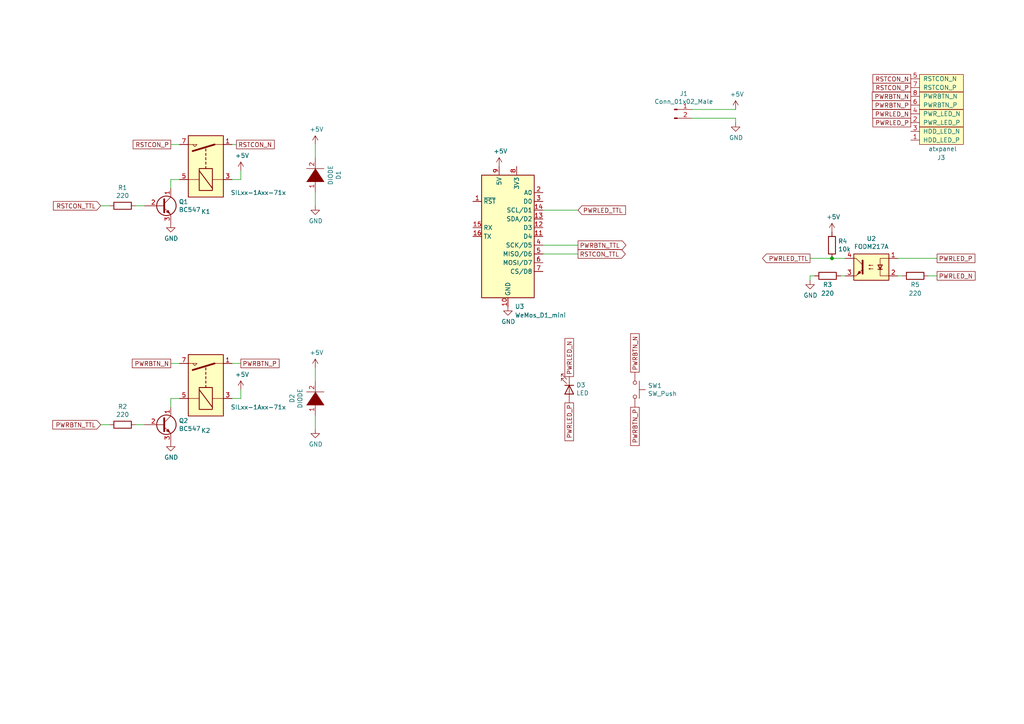
<source format=kicad_sch>
(kicad_sch (version 20211123) (generator eeschema)
  (paper "A4")
  (lib_symbols
    (symbol "Connector:Conn_01x02_Male" (pin_names (offset 1.016) hide)
      (property "Reference" "J" (at 0 2.54 0))
      (property "Value" "Conn_01x02_Male" (at 0 -5.08 0))
      (symbol "Conn_01x02_Male_1_1"
        (polyline (pts (xy 1.27 -2.54) (xy 0.8636 -2.54)) (stroke (width 0.1524)))
        (polyline (pts (xy 1.27 0) (xy 0.8636 0)) (stroke (width 0.1524)))
        (rectangle (start 0.8636 -2.413) (end 0 -2.667) (stroke (width 0.1524)) (fill (type outline)))
        (rectangle (start 0.8636 0.127) (end 0 -0.127) (stroke (width 0.1524)) (fill (type outline)))
        (pin passive line (at 5.08 0 180) (length 3.81) (name "Pin_1") (number "1"))
        (pin passive line (at 5.08 -2.54 180) (length 3.81) (name "Pin_2") (number "2"))
      )
    )
    (symbol "Device:LED" (pin_numbers hide) (pin_names (offset 1.016) hide)
      (property "Reference" "D" (at 0 2.54 0))
      (property "Value" "LED" (at 0 -2.54 0))
      (symbol "LED_0_1"
        (polyline (pts (xy -1.27 -1.27) (xy -1.27 1.27)) (stroke (width 0.254)))
        (polyline (pts (xy -1.27 0) (xy 1.27 0)))
        (polyline (pts (xy 1.27 -1.27) (xy 1.27 1.27) (xy -1.27 0) (xy 1.27 -1.27)) (stroke (width 0.254)))
        (polyline (pts (xy -3.048 -0.762) (xy -4.572 -2.286) (xy -3.81 -2.286) (xy -4.572 -2.286) (xy -4.572 -1.524)))
        (polyline (pts (xy -1.778 -0.762) (xy -3.302 -2.286) (xy -2.54 -2.286) (xy -3.302 -2.286) (xy -3.302 -1.524)))
      )
      (symbol "LED_1_1"
        (pin passive line (at -3.81 0 0) (length 2.54) (name "K") (number "1"))
        (pin passive line (at 3.81 0 180) (length 2.54) (name "A") (number "2"))
      )
    )
    (symbol "Device:R" (pin_numbers hide) (pin_names (offset 0))
      (property "Reference" "R" (at 2.032 0 90))
      (property "Value" "R" (at 0 0 90))
      (symbol "R_0_1"
        (rectangle (start -1.016 -2.54) (end 1.016 2.54) (stroke (width 0.254)))
      )
      (symbol "R_1_1"
        (pin passive line (at 0 3.81 270) (length 1.27) (name "~") (number "1"))
        (pin passive line (at 0 -3.81 90) (length 1.27) (name "~") (number "2"))
      )
    )
    (symbol "Isolator:FODM217A"
      (property "Reference" "U" (at -5.08 5.08 0))
      (property "Value" "FODM217A" (at 0 5.08 0))
      (symbol "FODM217A_0_1"
        (rectangle (start -5.08 3.81) (end 5.08 -3.81) (stroke (width 0.254)) (fill (type background)))
        (polyline (pts (xy -3.175 -0.635) (xy -1.905 -0.635)) (stroke (width 0.254)))
        (polyline (pts (xy 2.54 0.635) (xy 4.445 2.54)))
        (polyline (pts (xy 4.445 -2.54) (xy 2.54 -0.635)) (fill (type outline)))
        (polyline (pts (xy 4.445 -2.54) (xy 5.08 -2.54)))
        (polyline (pts (xy 4.445 2.54) (xy 5.08 2.54)))
        (polyline (pts (xy -5.08 2.54) (xy -2.54 2.54) (xy -2.54 -0.635)))
        (polyline (pts (xy -2.54 -0.635) (xy -2.54 -2.54) (xy -5.08 -2.54)))
        (polyline (pts (xy 2.54 1.905) (xy 2.54 -1.905) (xy 2.54 -1.905)) (stroke (width 0.508)))
        (polyline (pts (xy -2.54 -0.635) (xy -3.175 0.635) (xy -1.905 0.635) (xy -2.54 -0.635)) (stroke (width 0.254)))
        (polyline (pts (xy -0.508 -0.508) (xy 0.762 -0.508) (xy 0.381 -0.635) (xy 0.381 -0.381) (xy 0.762 -0.508)))
        (polyline (pts (xy -0.508 0.508) (xy 0.762 0.508) (xy 0.381 0.381) (xy 0.381 0.635) (xy 0.762 0.508)))
        (polyline (pts (xy 3.048 -1.651) (xy 3.556 -1.143) (xy 4.064 -2.159) (xy 3.048 -1.651) (xy 3.048 -1.651)) (fill (type outline)))
      )
      (symbol "FODM217A_1_1"
        (pin passive line (at -7.62 2.54 0) (length 2.54) (name "~") (number "1"))
        (pin passive line (at -7.62 -2.54 0) (length 2.54) (name "~") (number "2"))
        (pin passive line (at 7.62 -2.54 180) (length 2.54) (name "~") (number "3"))
        (pin passive line (at 7.62 2.54 180) (length 2.54) (name "~") (number "4"))
      )
    )
    (symbol "MCU_Module:WeMos_D1_mini"
      (property "Reference" "U" (at 3.81 19.05 0))
      (property "Value" "WeMos_D1_mini" (at 1.27 -19.05 0))
      (symbol "WeMos_D1_mini_1_1"
        (rectangle (start -7.62 17.78) (end 7.62 -17.78) (stroke (width 0.254)) (fill (type background)))
        (pin input line (at -10.16 10.16 0) (length 2.54) (name "~{RST}") (number "1"))
        (pin power_in line (at 0 -20.32 90) (length 2.54) (name "GND") (number "10"))
        (pin bidirectional line (at 10.16 0 180) (length 2.54) (name "D4") (number "11"))
        (pin bidirectional line (at 10.16 2.54 180) (length 2.54) (name "D3") (number "12"))
        (pin bidirectional line (at 10.16 5.08 180) (length 2.54) (name "SDA/D2") (number "13"))
        (pin bidirectional line (at 10.16 7.62 180) (length 2.54) (name "SCL/D1") (number "14"))
        (pin input line (at -10.16 2.54 0) (length 2.54) (name "RX") (number "15"))
        (pin output line (at -10.16 0 0) (length 2.54) (name "TX") (number "16"))
        (pin input line (at 10.16 12.7 180) (length 2.54) (name "A0") (number "2"))
        (pin bidirectional line (at 10.16 10.16 180) (length 2.54) (name "D0") (number "3"))
        (pin bidirectional line (at 10.16 -2.54 180) (length 2.54) (name "SCK/D5") (number "4"))
        (pin bidirectional line (at 10.16 -5.08 180) (length 2.54) (name "MISO/D6") (number "5"))
        (pin bidirectional line (at 10.16 -7.62 180) (length 2.54) (name "MOSI/D7") (number "6"))
        (pin bidirectional line (at 10.16 -10.16 180) (length 2.54) (name "CS/D8") (number "7"))
        (pin power_out line (at 2.54 20.32 270) (length 2.54) (name "3V3") (number "8"))
        (pin power_in line (at -2.54 20.32 270) (length 2.54) (name "5V") (number "9"))
      )
    )
    (symbol "Relay:SILxx-1Axx-71x"
      (property "Reference" "K" (at 8.89 3.81 0))
      (property "Value" "SILxx-1Axx-71x" (at 8.89 1.27 0))
      (symbol "SILxx-1Axx-71x_0_0"
        (polyline (pts (xy 5.08 5.08) (xy 5.08 2.54) (xy 4.445 3.175) (xy 5.08 3.81)))
      )
      (symbol "SILxx-1Axx-71x_0_1"
        (rectangle (start -10.16 5.08) (end 7.62 -5.08) (stroke (width 0.254)) (fill (type background)))
        (rectangle (start -8.255 1.905) (end -1.905 -1.905) (stroke (width 0.254)))
        (polyline (pts (xy -7.62 -1.905) (xy -2.54 1.905)) (stroke (width 0.254)))
        (polyline (pts (xy -5.08 -5.08) (xy -5.08 -1.905)))
        (polyline (pts (xy -5.08 5.08) (xy -5.08 1.905)))
        (polyline (pts (xy -1.905 0) (xy -1.27 0)) (stroke (width 0.254)))
        (polyline (pts (xy -0.635 0) (xy 0 0)) (stroke (width 0.254)))
        (polyline (pts (xy 0.635 0) (xy 1.27 0)) (stroke (width 0.254)))
        (polyline (pts (xy 1.905 0) (xy 2.54 0)) (stroke (width 0.254)))
        (polyline (pts (xy 3.175 0) (xy 3.81 0)) (stroke (width 0.254)))
        (polyline (pts (xy 5.08 -2.54) (xy 3.175 3.81)) (stroke (width 0.508)))
        (polyline (pts (xy 5.08 -2.54) (xy 5.08 -5.08)))
      )
      (symbol "SILxx-1Axx-71x_1_1"
        (pin passive line (at 5.08 -7.62 90) (length 2.54) (name "~") (number "1"))
        (pin passive line (at -5.08 -7.62 90) (length 2.54) (name "~") (number "3"))
        (pin passive line (at -5.08 7.62 270) (length 2.54) (name "~") (number "5"))
        (pin passive line (at 5.08 7.62 270) (length 2.54) (name "~") (number "7"))
      )
    )
    (symbol "Switch:SW_Push" (pin_numbers hide) (pin_names (offset 1.016) hide)
      (property "Reference" "SW" (at 1.27 2.54 0))
      (property "Value" "SW_Push" (at 0 -1.524 0))
      (symbol "SW_Push_0_1"
        (circle (center -2.032 0) (radius 0.508))
        (polyline (pts (xy 0 1.27) (xy 0 3.048)))
        (polyline (pts (xy 2.54 1.27) (xy -2.54 1.27)))
        (circle (center 2.032 0) (radius 0.508))
        (pin passive line (at -5.08 0 0) (length 2.54) (name "1") (number "1"))
        (pin passive line (at 5.08 0 180) (length 2.54) (name "2") (number "2"))
      )
    )
    (symbol "Transistor_BJT:BC547" (pin_names (offset 0) hide)
      (property "Reference" "Q" (at 5.08 1.905 0))
      (property "Value" "BC547" (at 5.08 0 0))
      (symbol "BC547_0_1"
        (polyline (pts (xy 0 0) (xy 0.635 0)))
        (polyline (pts (xy 0.635 0.635) (xy 2.54 2.54)))
        (polyline (pts (xy 0.635 -0.635) (xy 2.54 -2.54) (xy 2.54 -2.54)))
        (polyline (pts (xy 0.635 1.905) (xy 0.635 -1.905) (xy 0.635 -1.905)) (stroke (width 0.508)))
        (polyline (pts (xy 1.27 -1.778) (xy 1.778 -1.27) (xy 2.286 -2.286) (xy 1.27 -1.778) (xy 1.27 -1.778)) (fill (type outline)))
        (circle (center 1.27 0) (radius 2.8194) (stroke (width 0.254)))
      )
      (symbol "BC547_1_1"
        (pin passive line (at 2.54 5.08 270) (length 2.54) (name "C") (number "1"))
        (pin input line (at -5.08 0 0) (length 5.08) (name "B") (number "2"))
        (pin passive line (at 2.54 -5.08 90) (length 2.54) (name "E") (number "3"))
      )
    )
    (symbol "power:+5V" (power) (pin_names (offset 0))
      (property "Value" "+5V" (at 0 3.556 0))
      (symbol "+5V_0_1"
        (polyline (pts (xy -0.762 1.27) (xy 0 2.54)))
        (polyline (pts (xy 0 0) (xy 0 2.54)))
        (polyline (pts (xy 0 2.54) (xy 0.762 1.27)))
      )
      (symbol "+5V_1_1"
        (pin power_in line (at 0 0 90) (length 0) hide (name "+5V") (number "1"))
      )
    )
    (symbol "power:GND" (power) (pin_names (offset 0))
      (property "Value" "GND" (at 0 -3.81 0))
      (symbol "GND_0_1"
        (polyline (pts (xy 0 0) (xy 0 -1.27) (xy 1.27 -1.27) (xy 0 -2.54) (xy -1.27 -1.27) (xy 0 -1.27)))
      )
      (symbol "GND_1_1"
        (pin power_in line (at 0 0 270) (length 0) hide (name "GND") (number "1"))
      )
    )
    (symbol "pspice:DIODE" (pin_names (offset 1.016) hide)
      (property "Reference" "D" (at 0 3.81 0))
      (property "Value" "DIODE" (at 0 -4.445 0))
      (symbol "DIODE_0_1"
        (polyline (pts (xy 1.905 2.54) (xy 1.905 -2.54)))
        (polyline (pts (xy -1.905 2.54) (xy -1.905 -2.54) (xy 1.905 0)) (fill (type outline)))
      )
      (symbol "DIODE_1_1"
        (pin input line (at -5.08 0 0) (length 3.81) (name "K") (number "1"))
        (pin input line (at 5.08 0 180) (length 3.81) (name "A") (number "2"))
      )
    )
    (symbol "symbols:atxpanel" (pin_names (offset 1.016))
      (property "Reference" "J" (at 0 -11.43 0))
      (property "Value" "atxpanel" (at 0 -12.7 0))
      (symbol "atxpanel_0_1"
        (rectangle (start -6.35 0) (end 6.35 -5.08) (fill (type background)))
        (rectangle (start -6.35 5.08) (end 6.35 0) (fill (type background)))
        (rectangle (start -6.35 10.16) (end 6.35 5.08) (fill (type background)))
        (rectangle (start 6.35 -5.08) (end -6.35 -10.16) (fill (type background)))
      )
      (symbol "atxpanel_1_1"
        (pin output line (at 8.89 8.89 180) (length 2.54) (name "HDD_LED_P") (number "1"))
        (pin output line (at 8.89 3.81 180) (length 2.54) (name "PWR_LED_P") (number "2"))
        (pin output line (at 8.89 6.35 180) (length 2.54) (name "HDD_LED_N") (number "3"))
        (pin output line (at 8.89 1.27 180) (length 2.54) (name "PWR_LED_N") (number "4"))
        (pin output line (at 8.89 -8.89 180) (length 2.54) (name "RSTCON_N") (number "5"))
        (pin output line (at 8.89 -1.27 180) (length 2.54) (name "PWRBTN_P") (number "6"))
        (pin output line (at 8.89 -6.35 180) (length 2.54) (name "RSTCON_P") (number "7"))
        (pin output line (at 8.89 -3.81 180) (length 2.54) (name "PWRBTN_N") (number "8"))
      )
    )
  )
  (junction (at 241.3 74.93))
  (wire (pts (xy 234.95 80.01) (xy 234.95 81.28)))
  (wire (pts (xy 213.36 34.29) (xy 200.66 34.29)))
  (wire (pts (xy 91.44 110.49) (xy 91.44 106.68)))
  (wire (pts (xy 29.21 59.69) (xy 31.75 59.69)))
  (wire (pts (xy 200.66 31.75) (xy 213.36 31.75)))
  (wire (pts (xy 245.11 74.93) (xy 241.3 74.93)))
  (wire (pts (xy 91.44 124.46) (xy 91.44 120.65)))
  (wire (pts (xy 49.53 115.57) (xy 52.07 115.57)))
  (wire (pts (xy 49.53 41.91) (xy 52.07 41.91)))
  (wire (pts (xy 69.85 115.57) (xy 69.85 113.03)))
  (wire (pts (xy 241.3 74.93) (xy 234.95 74.93)))
  (wire (pts (xy 271.78 80.01) (xy 269.24 80.01)))
  (wire (pts (xy 29.21 123.19) (xy 31.75 123.19)))
  (wire (pts (xy 49.53 118.11) (xy 49.53 115.57)))
  (wire (pts (xy 243.84 80.01) (xy 245.11 80.01)))
  (wire (pts (xy 91.44 45.72) (xy 91.44 41.91)))
  (wire (pts (xy 261.62 80.01) (xy 260.35 80.01)))
  (wire (pts (xy 67.31 115.57) (xy 69.85 115.57)))
  (wire (pts (xy 91.44 55.88) (xy 91.44 59.69)))
  (wire (pts (xy 39.37 59.69) (xy 41.91 59.69)))
  (wire (pts (xy 39.37 123.19) (xy 41.91 123.19)))
  (wire (pts (xy 260.35 74.93) (xy 271.78 74.93)))
  (wire (pts (xy 49.53 54.61) (xy 49.53 52.07)))
  (wire (pts (xy 67.31 105.41) (xy 69.85 105.41)))
  (wire (pts (xy 49.53 105.41) (xy 52.07 105.41)))
  (wire (pts (xy 213.36 34.29) (xy 213.36 35.56)))
  (wire (pts (xy 69.85 52.07) (xy 69.85 49.53)))
  (wire (pts (xy 157.48 73.66) (xy 167.64 73.66)))
  (wire (pts (xy 167.64 60.96) (xy 157.48 60.96)))
  (wire (pts (xy 67.31 52.07) (xy 69.85 52.07)))
  (wire (pts (xy 236.22 80.01) (xy 234.95 80.01)))
  (wire (pts (xy 49.53 52.07) (xy 52.07 52.07)))
  (wire (pts (xy 157.48 71.12) (xy 167.64 71.12)))
  (wire (pts (xy 67.31 41.91) (xy 68.58 41.91)))
  (global_label "PWRBTN_P" (shape passive) (at 264.16 30.48 180) (property "Intersheet References" "${INTERSHEET_REFS}" (effects hide)))
  (global_label "RSTCON_P" (shape passive) (at 264.16 25.4 180) (property "Intersheet References" "${INTERSHEET_REFS}" (effects hide)))
  (global_label "PWRLED_N" (shape passive) (at 165.1 109.22 90) (property "Intersheet References" "${INTERSHEET_REFS}" (effects hide)))
  (global_label "PWRLED_TTL" (shape output) (at 234.95 74.93 180) (property "Intersheet References" "${INTERSHEET_REFS}" (effects hide)))
  (global_label "RSTCON_N" (shape passive) (at 264.16 22.86 180) (property "Intersheet References" "${INTERSHEET_REFS}" (effects hide)))
  (global_label "PWRBTN_TTL" (shape output) (at 167.64 71.12 0) (property "Intersheet References" "${INTERSHEET_REFS}" (effects hide)))
  (global_label "PWRLED_N" (shape passive) (at 271.78 80.01 0) (property "Intersheet References" "${INTERSHEET_REFS}" (effects hide)))
  (global_label "PWRBTN_P" (shape passive) (at 184.15 118.11 270) (property "Intersheet References" "${INTERSHEET_REFS}" (effects hide)))
  (global_label "PWRBTN_N" (shape passive) (at 49.53 105.41 180) (property "Intersheet References" "${INTERSHEET_REFS}" (effects hide)))
  (global_label "PWRBTN_P" (shape passive) (at 69.85 105.41 0) (property "Intersheet References" "${INTERSHEET_REFS}" (effects hide)))
  (global_label "PWRLED_P" (shape passive) (at 165.1 116.84 270) (property "Intersheet References" "${INTERSHEET_REFS}" (effects hide)))
  (global_label "RSTCON_P" (shape passive) (at 49.53 41.91 180) (property "Intersheet References" "${INTERSHEET_REFS}" (effects hide)))
  (global_label "PWRBTN_TTL" (shape input) (at 29.21 123.19 180) (property "Intersheet References" "${INTERSHEET_REFS}" (effects hide)))
  (global_label "PWRBTN_N" (shape passive) (at 264.16 27.94 180) (property "Intersheet References" "${INTERSHEET_REFS}" (effects hide)))
  (global_label "PWRLED_TTL" (shape input) (at 167.64 60.96 0) (property "Intersheet References" "${INTERSHEET_REFS}" (effects hide)))
  (global_label "RSTCON_N" (shape passive) (at 68.58 41.91 0) (property "Intersheet References" "${INTERSHEET_REFS}" (effects hide)))
  (global_label "RSTCON_TTL" (shape input) (at 29.21 59.69 180) (property "Intersheet References" "${INTERSHEET_REFS}" (effects hide)))
  (global_label "RSTCON_TTL" (shape output) (at 167.64 73.66 0) (property "Intersheet References" "${INTERSHEET_REFS}" (effects hide)))
  (global_label "PWRLED_N" (shape passive) (at 264.16 33.02 180) (property "Intersheet References" "${INTERSHEET_REFS}" (effects hide)))
  (global_label "PWRBTN_N" (shape passive) (at 184.15 107.95 90) (property "Intersheet References" "${INTERSHEET_REFS}" (effects hide)))
  (global_label "PWRLED_P" (shape passive) (at 271.78 74.93 0) (property "Intersheet References" "${INTERSHEET_REFS}" (effects hide)))
  (global_label "PWRLED_P" (shape passive) (at 264.16 35.56 180) (property "Intersheet References" "${INTERSHEET_REFS}" (effects hide)))
  (symbol (lib_id "Transistor_BJT:BC547") (at 46.99 123.19 0) (unit 1)
    (property "Reference" "Q2" (at 51.8414 122.0216 0) (effects (justify left)))
    (property "Value" "BC547" (at 51.8414 124.333 0) (effects (justify left)))
    (property "Footprint" "Package_TO_SOT_THT:TO-92_Inline_Wide" (effects hide))
    (property "Datasheet" "http://www.fairchildsemi.com/ds/BC/BC547.pdf" (effects hide))
  )
  (symbol (lib_id "Relay:SILxx-1Axx-71x") (at 59.69 110.49 90) (unit 1)
    (property "Reference" "K2" (at 59.69 124.8918 90))
    (property "Value" "SILxx-1Axx-71x" (at 74.93 118.11 90))
    (property "Footprint" "Relay_THT:Relay_SPST_StandexMeder_SIL_Form1A" (effects hide))
    (property "Datasheet" "https://standexelectronics.com/wp-content/uploads/datasheet_reed_relay_SIL.pdf" (effects hide))
  )
  (symbol (lib_id "power:GND") (at 49.53 128.27 0) (unit 1)
    (property "Reference" "#PWR0101" (effects hide))
    (property "Value" "GND" (at 49.657 132.6642 0))
  )
  (symbol (lib_id "power:+5V") (at 69.85 113.03 0) (unit 1)
    (property "Reference" "#PWR0102" (effects hide))
    (property "Value" "+5V" (at 70.231 108.6358 0))
  )
  (symbol (lib_id "symbols:atxpanel") (at 273.05 31.75 180) (unit 1)
    (property "Reference" "J3" (at 271.78 45.72 0) (effects (justify right)))
    (property "Value" "atxpanel" (at 269.24 43.18 0) (effects (justify right)))
    (property "Footprint" "symbols:atx-panel-horz-inverted" (effects hide))
  )
  (symbol (lib_id "Transistor_BJT:BC547") (at 46.99 59.69 0) (unit 1)
    (property "Reference" "Q1" (at 51.8414 58.5216 0) (effects (justify left)))
    (property "Value" "BC547" (at 51.8414 60.833 0) (effects (justify left)))
    (property "Footprint" "Package_TO_SOT_THT:TO-92_Inline_Wide" (effects hide))
    (property "Datasheet" "http://www.fairchildsemi.com/ds/BC/BC547.pdf" (effects hide))
  )
  (symbol (lib_id "Relay:SILxx-1Axx-71x") (at 59.69 46.99 90) (unit 1)
    (property "Reference" "K1" (at 59.69 61.3918 90))
    (property "Value" "SILxx-1Axx-71x" (at 74.93 55.88 90))
    (property "Footprint" "Relay_THT:Relay_SPST_StandexMeder_SIL_Form1A" (effects hide))
    (property "Datasheet" "https://standexelectronics.com/wp-content/uploads/datasheet_reed_relay_SIL.pdf" (effects hide))
  )
  (symbol (lib_id "power:GND") (at 49.53 64.77 0) (unit 1)
    (property "Reference" "#PWR0103" (effects hide))
    (property "Value" "GND" (at 49.657 69.1642 0))
  )
  (symbol (lib_id "power:+5V") (at 69.85 49.53 0) (unit 1)
    (property "Reference" "#PWR0104" (effects hide))
    (property "Value" "+5V" (at 70.231 45.1358 0))
  )
  (symbol (lib_id "pspice:DIODE") (at 91.44 50.8 90) (unit 1)
    (property "Reference" "D1" (at 98.171 50.8 0))
    (property "Value" "DIODE" (at 95.8596 50.8 0))
    (property "Footprint" "Diode_THT:D_A-405_P7.62mm_Horizontal" (effects hide))
  )
  (symbol (lib_id "pspice:DIODE") (at 91.44 115.57 90) (unit 1)
    (property "Reference" "D2" (at 84.709 115.57 0))
    (property "Value" "DIODE" (at 87.0204 115.57 0))
    (property "Footprint" "Diode_THT:D_A-405_P7.62mm_Horizontal" (effects hide))
  )
  (symbol (lib_id "Device:R") (at 35.56 59.69 90) (unit 1)
    (property "Reference" "R1" (at 35.56 54.4322 90))
    (property "Value" "220" (at 35.56 56.7436 90))
    (property "Footprint" "Resistor_THT:R_Axial_DIN0204_L3.6mm_D1.6mm_P7.62mm_Horizontal" (effects hide))
  )
  (symbol (lib_id "Device:R") (at 35.56 123.19 90) (unit 1)
    (property "Reference" "R2" (at 35.56 117.9322 90))
    (property "Value" "220" (at 35.56 120.2436 90))
    (property "Footprint" "Resistor_THT:R_Axial_DIN0204_L3.6mm_D1.6mm_P7.62mm_Horizontal" (effects hide))
  )
  (symbol (lib_id "power:GND") (at 147.32 88.9 0) (unit 1)
    (property "Reference" "#PWR0106" (effects hide))
    (property "Value" "GND" (at 147.447 93.2942 0))
  )
  (symbol (lib_id "Isolator:FODM217A") (at 252.73 77.47 0) (mirror y) (unit 1)
    (property "Reference" "U2" (at 252.73 69.215 0))
    (property "Value" "FODM217A" (at 252.73 71.5264 0))
    (property "Footprint" "Package_DIP:DIP-4_W7.62mm" (effects hide))
    (property "Datasheet" "https://www.onsemi.com/pub/Collateral/FODM214-D.PDF" (effects hide))
  )
  (symbol (lib_id "power:GND") (at 234.95 81.28 0) (unit 1)
    (property "Reference" "#PWR0107" (effects hide))
    (property "Value" "GND" (at 235.077 85.6742 0))
  )
  (symbol (lib_id "Device:R") (at 240.03 80.01 90) (unit 1)
    (property "Reference" "R3" (at 240.03 82.55 90))
    (property "Value" "220" (at 240.03 85.09 90))
    (property "Footprint" "Resistor_THT:R_Axial_DIN0204_L3.6mm_D1.6mm_P7.62mm_Horizontal" (effects hide))
  )
  (symbol (lib_id "Device:R") (at 241.3 71.12 0) (unit 1)
    (property "Reference" "R4" (at 243.078 69.9516 0) (effects (justify left)))
    (property "Value" "10k" (at 243.078 72.263 0) (effects (justify left)))
    (property "Footprint" "Resistor_THT:R_Axial_DIN0204_L3.6mm_D1.6mm_P7.62mm_Horizontal" (effects hide))
  )
  (symbol (lib_id "power:+5V") (at 241.3 67.31 0) (unit 1)
    (property "Reference" "#PWR0108" (effects hide))
    (property "Value" "+5V" (at 241.681 62.9158 0))
  )
  (symbol (lib_id "power:+5V") (at 144.78 48.26 0) (unit 1)
    (property "Reference" "#PWR0109" (effects hide))
    (property "Value" "+5V" (at 145.161 43.8658 0))
  )
  (symbol (lib_id "power:+5V") (at 91.44 106.68 0) (unit 1)
    (property "Reference" "#PWR0111" (effects hide))
    (property "Value" "+5V" (at 91.821 102.2858 0))
  )
  (symbol (lib_id "power:GND") (at 91.44 124.46 0) (unit 1)
    (property "Reference" "#PWR0112" (effects hide))
    (property "Value" "GND" (at 91.567 128.8542 0))
  )
  (symbol (lib_id "power:GND") (at 91.44 59.69 0) (unit 1)
    (property "Reference" "#PWR0113" (effects hide))
    (property "Value" "GND" (at 91.567 64.0842 0))
  )
  (symbol (lib_id "power:+5V") (at 91.44 41.91 0) (unit 1)
    (property "Reference" "#PWR0114" (effects hide))
    (property "Value" "+5V" (at 91.821 37.5158 0))
  )
  (symbol (lib_id "Switch:SW_Push") (at 184.15 113.03 270) (unit 1)
    (property "Reference" "SW1" (at 187.9092 111.8616 90) (effects (justify left)))
    (property "Value" "SW_Push" (at 187.9092 114.173 90) (effects (justify left)))
    (property "Footprint" "Button_Switch_THT:SW_Tactile_SKHH_Angled" (effects hide))
  )
  (symbol (lib_id "Device:LED") (at 165.1 113.03 270) (unit 1)
    (property "Reference" "D3" (at 167.132 111.6838 90) (effects (justify left)))
    (property "Value" "LED" (at 167.132 113.9952 90) (effects (justify left)))
    (property "Footprint" "LED_THT:LED_D3.0mm" (effects hide))
  )
  (symbol (lib_id "Device:R") (at 265.43 80.01 90) (unit 1)
    (property "Reference" "R5" (at 265.43 82.55 90))
    (property "Value" "220" (at 265.43 85.09 90))
    (property "Footprint" "Resistor_THT:R_Axial_DIN0204_L3.6mm_D1.6mm_P7.62mm_Horizontal" (effects hide))
  )
  (symbol (lib_id "Connector:Conn_01x02_Male") (at 195.58 31.75 0) (unit 1)
    (property "Reference" "J1" (at 198.3232 27.1526 0))
    (property "Value" "Conn_01x02_Male" (at 198.3232 29.464 0))
    (property "Footprint" "Connector_PinHeader_2.54mm:PinHeader_1x02_P2.54mm_Vertical" (effects hide))
  )
  (symbol (lib_id "MCU_Module:WeMos_D1_mini") (at 147.32 68.58 0) (unit 1)
    (property "Reference" "U3" (at 149.3394 88.9 0) (effects (justify left)))
    (property "Value" "WeMos_D1_mini" (at 149.3394 91.44 0) (effects (justify left)))
    (property "Footprint" "Module:WEMOS_D1_mini_light" (effects hide))
    (property "Datasheet" "https://wiki.wemos.cc/products:d1:d1_mini#documentation" (effects hide))
  )
  (symbol (lib_id "power:+5V") (at 213.36 31.75 0) (unit 1)
    (property "Reference" "#PWR0105" (effects hide))
    (property "Value" "+5V" (at 213.741 27.3558 0))
  )
  (symbol (lib_id "power:GND") (at 213.36 35.56 0) (unit 1)
    (property "Reference" "#PWR0110" (effects hide))
    (property "Value" "GND" (at 213.487 39.9542 0))
  )
)
</source>
